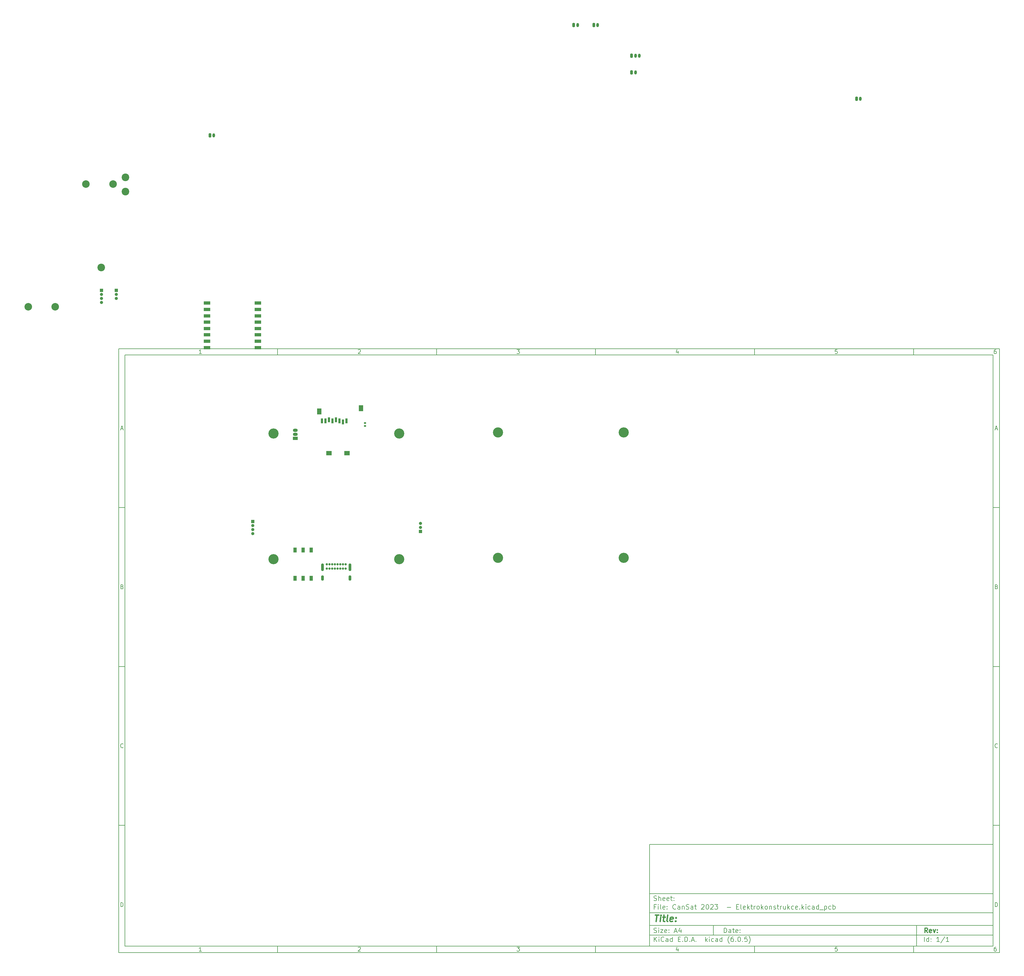
<source format=gbr>
%TF.GenerationSoftware,KiCad,Pcbnew,(6.0.5)*%
%TF.CreationDate,2022-11-07T11:26:13+01:00*%
%TF.ProjectId,CanSat 2023  - Elektrokonstrukce,43616e53-6174-4203-9230-323320202d20,rev?*%
%TF.SameCoordinates,Original*%
%TF.FileFunction,Soldermask,Bot*%
%TF.FilePolarity,Negative*%
%FSLAX46Y46*%
G04 Gerber Fmt 4.6, Leading zero omitted, Abs format (unit mm)*
G04 Created by KiCad (PCBNEW (6.0.5)) date 2022-11-07 11:26:13*
%MOMM*%
%LPD*%
G01*
G04 APERTURE LIST*
G04 Aperture macros list*
%AMRoundRect*
0 Rectangle with rounded corners*
0 $1 Rounding radius*
0 $2 $3 $4 $5 $6 $7 $8 $9 X,Y pos of 4 corners*
0 Add a 4 corners polygon primitive as box body*
4,1,4,$2,$3,$4,$5,$6,$7,$8,$9,$2,$3,0*
0 Add four circle primitives for the rounded corners*
1,1,$1+$1,$2,$3*
1,1,$1+$1,$4,$5*
1,1,$1+$1,$6,$7*
1,1,$1+$1,$8,$9*
0 Add four rect primitives between the rounded corners*
20,1,$1+$1,$2,$3,$4,$5,0*
20,1,$1+$1,$4,$5,$6,$7,0*
20,1,$1+$1,$6,$7,$8,$9,0*
20,1,$1+$1,$8,$9,$2,$3,0*%
G04 Aperture macros list end*
%ADD10C,0.100000*%
%ADD11C,0.150000*%
%ADD12C,0.300000*%
%ADD13C,0.400000*%
%ADD14C,3.200000*%
%ADD15R,1.000000X1.000000*%
%ADD16O,1.000000X1.000000*%
%ADD17RoundRect,0.200000X-0.200000X-0.450000X0.200000X-0.450000X0.200000X0.450000X-0.200000X0.450000X0*%
%ADD18O,0.800000X1.300000*%
%ADD19R,1.500000X1.050000*%
%ADD20O,1.500000X1.050000*%
%ADD21C,2.400000*%
%ADD22C,2.380000*%
%ADD23C,0.700000*%
%ADD24O,0.900000X2.400000*%
%ADD25O,0.900000X1.700000*%
%ADD26R,0.800000X1.500000*%
%ADD27R,1.800000X1.400000*%
%ADD28R,1.450000X1.900000*%
%ADD29RoundRect,0.140000X-0.170000X0.140000X-0.170000X-0.140000X0.170000X-0.140000X0.170000X0.140000X0*%
%ADD30R,1.100000X1.500000*%
%ADD31R,2.000000X1.000000*%
G04 APERTURE END LIST*
D10*
D11*
X177002200Y-166007200D02*
X177002200Y-198007200D01*
X285002200Y-198007200D01*
X285002200Y-166007200D01*
X177002200Y-166007200D01*
D10*
D11*
X10000000Y-10000000D02*
X10000000Y-200007200D01*
X287002200Y-200007200D01*
X287002200Y-10000000D01*
X10000000Y-10000000D01*
D10*
D11*
X12000000Y-12000000D02*
X12000000Y-198007200D01*
X285002200Y-198007200D01*
X285002200Y-12000000D01*
X12000000Y-12000000D01*
D10*
D11*
X60000000Y-12000000D02*
X60000000Y-10000000D01*
D10*
D11*
X110000000Y-12000000D02*
X110000000Y-10000000D01*
D10*
D11*
X160000000Y-12000000D02*
X160000000Y-10000000D01*
D10*
D11*
X210000000Y-12000000D02*
X210000000Y-10000000D01*
D10*
D11*
X260000000Y-12000000D02*
X260000000Y-10000000D01*
D10*
D11*
X36065476Y-11588095D02*
X35322619Y-11588095D01*
X35694047Y-11588095D02*
X35694047Y-10288095D01*
X35570238Y-10473809D01*
X35446428Y-10597619D01*
X35322619Y-10659523D01*
D10*
D11*
X85322619Y-10411904D02*
X85384523Y-10350000D01*
X85508333Y-10288095D01*
X85817857Y-10288095D01*
X85941666Y-10350000D01*
X86003571Y-10411904D01*
X86065476Y-10535714D01*
X86065476Y-10659523D01*
X86003571Y-10845238D01*
X85260714Y-11588095D01*
X86065476Y-11588095D01*
D10*
D11*
X135260714Y-10288095D02*
X136065476Y-10288095D01*
X135632142Y-10783333D01*
X135817857Y-10783333D01*
X135941666Y-10845238D01*
X136003571Y-10907142D01*
X136065476Y-11030952D01*
X136065476Y-11340476D01*
X136003571Y-11464285D01*
X135941666Y-11526190D01*
X135817857Y-11588095D01*
X135446428Y-11588095D01*
X135322619Y-11526190D01*
X135260714Y-11464285D01*
D10*
D11*
X185941666Y-10721428D02*
X185941666Y-11588095D01*
X185632142Y-10226190D02*
X185322619Y-11154761D01*
X186127380Y-11154761D01*
D10*
D11*
X236003571Y-10288095D02*
X235384523Y-10288095D01*
X235322619Y-10907142D01*
X235384523Y-10845238D01*
X235508333Y-10783333D01*
X235817857Y-10783333D01*
X235941666Y-10845238D01*
X236003571Y-10907142D01*
X236065476Y-11030952D01*
X236065476Y-11340476D01*
X236003571Y-11464285D01*
X235941666Y-11526190D01*
X235817857Y-11588095D01*
X235508333Y-11588095D01*
X235384523Y-11526190D01*
X235322619Y-11464285D01*
D10*
D11*
X285941666Y-10288095D02*
X285694047Y-10288095D01*
X285570238Y-10350000D01*
X285508333Y-10411904D01*
X285384523Y-10597619D01*
X285322619Y-10845238D01*
X285322619Y-11340476D01*
X285384523Y-11464285D01*
X285446428Y-11526190D01*
X285570238Y-11588095D01*
X285817857Y-11588095D01*
X285941666Y-11526190D01*
X286003571Y-11464285D01*
X286065476Y-11340476D01*
X286065476Y-11030952D01*
X286003571Y-10907142D01*
X285941666Y-10845238D01*
X285817857Y-10783333D01*
X285570238Y-10783333D01*
X285446428Y-10845238D01*
X285384523Y-10907142D01*
X285322619Y-11030952D01*
D10*
D11*
X60000000Y-198007200D02*
X60000000Y-200007200D01*
D10*
D11*
X110000000Y-198007200D02*
X110000000Y-200007200D01*
D10*
D11*
X160000000Y-198007200D02*
X160000000Y-200007200D01*
D10*
D11*
X210000000Y-198007200D02*
X210000000Y-200007200D01*
D10*
D11*
X260000000Y-198007200D02*
X260000000Y-200007200D01*
D10*
D11*
X36065476Y-199595295D02*
X35322619Y-199595295D01*
X35694047Y-199595295D02*
X35694047Y-198295295D01*
X35570238Y-198481009D01*
X35446428Y-198604819D01*
X35322619Y-198666723D01*
D10*
D11*
X85322619Y-198419104D02*
X85384523Y-198357200D01*
X85508333Y-198295295D01*
X85817857Y-198295295D01*
X85941666Y-198357200D01*
X86003571Y-198419104D01*
X86065476Y-198542914D01*
X86065476Y-198666723D01*
X86003571Y-198852438D01*
X85260714Y-199595295D01*
X86065476Y-199595295D01*
D10*
D11*
X135260714Y-198295295D02*
X136065476Y-198295295D01*
X135632142Y-198790533D01*
X135817857Y-198790533D01*
X135941666Y-198852438D01*
X136003571Y-198914342D01*
X136065476Y-199038152D01*
X136065476Y-199347676D01*
X136003571Y-199471485D01*
X135941666Y-199533390D01*
X135817857Y-199595295D01*
X135446428Y-199595295D01*
X135322619Y-199533390D01*
X135260714Y-199471485D01*
D10*
D11*
X185941666Y-198728628D02*
X185941666Y-199595295D01*
X185632142Y-198233390D02*
X185322619Y-199161961D01*
X186127380Y-199161961D01*
D10*
D11*
X236003571Y-198295295D02*
X235384523Y-198295295D01*
X235322619Y-198914342D01*
X235384523Y-198852438D01*
X235508333Y-198790533D01*
X235817857Y-198790533D01*
X235941666Y-198852438D01*
X236003571Y-198914342D01*
X236065476Y-199038152D01*
X236065476Y-199347676D01*
X236003571Y-199471485D01*
X235941666Y-199533390D01*
X235817857Y-199595295D01*
X235508333Y-199595295D01*
X235384523Y-199533390D01*
X235322619Y-199471485D01*
D10*
D11*
X285941666Y-198295295D02*
X285694047Y-198295295D01*
X285570238Y-198357200D01*
X285508333Y-198419104D01*
X285384523Y-198604819D01*
X285322619Y-198852438D01*
X285322619Y-199347676D01*
X285384523Y-199471485D01*
X285446428Y-199533390D01*
X285570238Y-199595295D01*
X285817857Y-199595295D01*
X285941666Y-199533390D01*
X286003571Y-199471485D01*
X286065476Y-199347676D01*
X286065476Y-199038152D01*
X286003571Y-198914342D01*
X285941666Y-198852438D01*
X285817857Y-198790533D01*
X285570238Y-198790533D01*
X285446428Y-198852438D01*
X285384523Y-198914342D01*
X285322619Y-199038152D01*
D10*
D11*
X10000000Y-60000000D02*
X12000000Y-60000000D01*
D10*
D11*
X10000000Y-110000000D02*
X12000000Y-110000000D01*
D10*
D11*
X10000000Y-160000000D02*
X12000000Y-160000000D01*
D10*
D11*
X10690476Y-35216666D02*
X11309523Y-35216666D01*
X10566666Y-35588095D02*
X11000000Y-34288095D01*
X11433333Y-35588095D01*
D10*
D11*
X11092857Y-84907142D02*
X11278571Y-84969047D01*
X11340476Y-85030952D01*
X11402380Y-85154761D01*
X11402380Y-85340476D01*
X11340476Y-85464285D01*
X11278571Y-85526190D01*
X11154761Y-85588095D01*
X10659523Y-85588095D01*
X10659523Y-84288095D01*
X11092857Y-84288095D01*
X11216666Y-84350000D01*
X11278571Y-84411904D01*
X11340476Y-84535714D01*
X11340476Y-84659523D01*
X11278571Y-84783333D01*
X11216666Y-84845238D01*
X11092857Y-84907142D01*
X10659523Y-84907142D01*
D10*
D11*
X11402380Y-135464285D02*
X11340476Y-135526190D01*
X11154761Y-135588095D01*
X11030952Y-135588095D01*
X10845238Y-135526190D01*
X10721428Y-135402380D01*
X10659523Y-135278571D01*
X10597619Y-135030952D01*
X10597619Y-134845238D01*
X10659523Y-134597619D01*
X10721428Y-134473809D01*
X10845238Y-134350000D01*
X11030952Y-134288095D01*
X11154761Y-134288095D01*
X11340476Y-134350000D01*
X11402380Y-134411904D01*
D10*
D11*
X10659523Y-185588095D02*
X10659523Y-184288095D01*
X10969047Y-184288095D01*
X11154761Y-184350000D01*
X11278571Y-184473809D01*
X11340476Y-184597619D01*
X11402380Y-184845238D01*
X11402380Y-185030952D01*
X11340476Y-185278571D01*
X11278571Y-185402380D01*
X11154761Y-185526190D01*
X10969047Y-185588095D01*
X10659523Y-185588095D01*
D10*
D11*
X287002200Y-60000000D02*
X285002200Y-60000000D01*
D10*
D11*
X287002200Y-110000000D02*
X285002200Y-110000000D01*
D10*
D11*
X287002200Y-160000000D02*
X285002200Y-160000000D01*
D10*
D11*
X285692676Y-35216666D02*
X286311723Y-35216666D01*
X285568866Y-35588095D02*
X286002200Y-34288095D01*
X286435533Y-35588095D01*
D10*
D11*
X286095057Y-84907142D02*
X286280771Y-84969047D01*
X286342676Y-85030952D01*
X286404580Y-85154761D01*
X286404580Y-85340476D01*
X286342676Y-85464285D01*
X286280771Y-85526190D01*
X286156961Y-85588095D01*
X285661723Y-85588095D01*
X285661723Y-84288095D01*
X286095057Y-84288095D01*
X286218866Y-84350000D01*
X286280771Y-84411904D01*
X286342676Y-84535714D01*
X286342676Y-84659523D01*
X286280771Y-84783333D01*
X286218866Y-84845238D01*
X286095057Y-84907142D01*
X285661723Y-84907142D01*
D10*
D11*
X286404580Y-135464285D02*
X286342676Y-135526190D01*
X286156961Y-135588095D01*
X286033152Y-135588095D01*
X285847438Y-135526190D01*
X285723628Y-135402380D01*
X285661723Y-135278571D01*
X285599819Y-135030952D01*
X285599819Y-134845238D01*
X285661723Y-134597619D01*
X285723628Y-134473809D01*
X285847438Y-134350000D01*
X286033152Y-134288095D01*
X286156961Y-134288095D01*
X286342676Y-134350000D01*
X286404580Y-134411904D01*
D10*
D11*
X285661723Y-185588095D02*
X285661723Y-184288095D01*
X285971247Y-184288095D01*
X286156961Y-184350000D01*
X286280771Y-184473809D01*
X286342676Y-184597619D01*
X286404580Y-184845238D01*
X286404580Y-185030952D01*
X286342676Y-185278571D01*
X286280771Y-185402380D01*
X286156961Y-185526190D01*
X285971247Y-185588095D01*
X285661723Y-185588095D01*
D10*
D11*
X200434342Y-193785771D02*
X200434342Y-192285771D01*
X200791485Y-192285771D01*
X201005771Y-192357200D01*
X201148628Y-192500057D01*
X201220057Y-192642914D01*
X201291485Y-192928628D01*
X201291485Y-193142914D01*
X201220057Y-193428628D01*
X201148628Y-193571485D01*
X201005771Y-193714342D01*
X200791485Y-193785771D01*
X200434342Y-193785771D01*
X202577200Y-193785771D02*
X202577200Y-193000057D01*
X202505771Y-192857200D01*
X202362914Y-192785771D01*
X202077200Y-192785771D01*
X201934342Y-192857200D01*
X202577200Y-193714342D02*
X202434342Y-193785771D01*
X202077200Y-193785771D01*
X201934342Y-193714342D01*
X201862914Y-193571485D01*
X201862914Y-193428628D01*
X201934342Y-193285771D01*
X202077200Y-193214342D01*
X202434342Y-193214342D01*
X202577200Y-193142914D01*
X203077200Y-192785771D02*
X203648628Y-192785771D01*
X203291485Y-192285771D02*
X203291485Y-193571485D01*
X203362914Y-193714342D01*
X203505771Y-193785771D01*
X203648628Y-193785771D01*
X204720057Y-193714342D02*
X204577200Y-193785771D01*
X204291485Y-193785771D01*
X204148628Y-193714342D01*
X204077200Y-193571485D01*
X204077200Y-193000057D01*
X204148628Y-192857200D01*
X204291485Y-192785771D01*
X204577200Y-192785771D01*
X204720057Y-192857200D01*
X204791485Y-193000057D01*
X204791485Y-193142914D01*
X204077200Y-193285771D01*
X205434342Y-193642914D02*
X205505771Y-193714342D01*
X205434342Y-193785771D01*
X205362914Y-193714342D01*
X205434342Y-193642914D01*
X205434342Y-193785771D01*
X205434342Y-192857200D02*
X205505771Y-192928628D01*
X205434342Y-193000057D01*
X205362914Y-192928628D01*
X205434342Y-192857200D01*
X205434342Y-193000057D01*
D10*
D11*
X177002200Y-194507200D02*
X285002200Y-194507200D01*
D10*
D11*
X178434342Y-196585771D02*
X178434342Y-195085771D01*
X179291485Y-196585771D02*
X178648628Y-195728628D01*
X179291485Y-195085771D02*
X178434342Y-195942914D01*
X179934342Y-196585771D02*
X179934342Y-195585771D01*
X179934342Y-195085771D02*
X179862914Y-195157200D01*
X179934342Y-195228628D01*
X180005771Y-195157200D01*
X179934342Y-195085771D01*
X179934342Y-195228628D01*
X181505771Y-196442914D02*
X181434342Y-196514342D01*
X181220057Y-196585771D01*
X181077200Y-196585771D01*
X180862914Y-196514342D01*
X180720057Y-196371485D01*
X180648628Y-196228628D01*
X180577200Y-195942914D01*
X180577200Y-195728628D01*
X180648628Y-195442914D01*
X180720057Y-195300057D01*
X180862914Y-195157200D01*
X181077200Y-195085771D01*
X181220057Y-195085771D01*
X181434342Y-195157200D01*
X181505771Y-195228628D01*
X182791485Y-196585771D02*
X182791485Y-195800057D01*
X182720057Y-195657200D01*
X182577200Y-195585771D01*
X182291485Y-195585771D01*
X182148628Y-195657200D01*
X182791485Y-196514342D02*
X182648628Y-196585771D01*
X182291485Y-196585771D01*
X182148628Y-196514342D01*
X182077200Y-196371485D01*
X182077200Y-196228628D01*
X182148628Y-196085771D01*
X182291485Y-196014342D01*
X182648628Y-196014342D01*
X182791485Y-195942914D01*
X184148628Y-196585771D02*
X184148628Y-195085771D01*
X184148628Y-196514342D02*
X184005771Y-196585771D01*
X183720057Y-196585771D01*
X183577200Y-196514342D01*
X183505771Y-196442914D01*
X183434342Y-196300057D01*
X183434342Y-195871485D01*
X183505771Y-195728628D01*
X183577200Y-195657200D01*
X183720057Y-195585771D01*
X184005771Y-195585771D01*
X184148628Y-195657200D01*
X186005771Y-195800057D02*
X186505771Y-195800057D01*
X186720057Y-196585771D02*
X186005771Y-196585771D01*
X186005771Y-195085771D01*
X186720057Y-195085771D01*
X187362914Y-196442914D02*
X187434342Y-196514342D01*
X187362914Y-196585771D01*
X187291485Y-196514342D01*
X187362914Y-196442914D01*
X187362914Y-196585771D01*
X188077200Y-196585771D02*
X188077200Y-195085771D01*
X188434342Y-195085771D01*
X188648628Y-195157200D01*
X188791485Y-195300057D01*
X188862914Y-195442914D01*
X188934342Y-195728628D01*
X188934342Y-195942914D01*
X188862914Y-196228628D01*
X188791485Y-196371485D01*
X188648628Y-196514342D01*
X188434342Y-196585771D01*
X188077200Y-196585771D01*
X189577200Y-196442914D02*
X189648628Y-196514342D01*
X189577200Y-196585771D01*
X189505771Y-196514342D01*
X189577200Y-196442914D01*
X189577200Y-196585771D01*
X190220057Y-196157200D02*
X190934342Y-196157200D01*
X190077200Y-196585771D02*
X190577200Y-195085771D01*
X191077200Y-196585771D01*
X191577200Y-196442914D02*
X191648628Y-196514342D01*
X191577200Y-196585771D01*
X191505771Y-196514342D01*
X191577200Y-196442914D01*
X191577200Y-196585771D01*
X194577200Y-196585771D02*
X194577200Y-195085771D01*
X194720057Y-196014342D02*
X195148628Y-196585771D01*
X195148628Y-195585771D02*
X194577200Y-196157200D01*
X195791485Y-196585771D02*
X195791485Y-195585771D01*
X195791485Y-195085771D02*
X195720057Y-195157200D01*
X195791485Y-195228628D01*
X195862914Y-195157200D01*
X195791485Y-195085771D01*
X195791485Y-195228628D01*
X197148628Y-196514342D02*
X197005771Y-196585771D01*
X196720057Y-196585771D01*
X196577200Y-196514342D01*
X196505771Y-196442914D01*
X196434342Y-196300057D01*
X196434342Y-195871485D01*
X196505771Y-195728628D01*
X196577200Y-195657200D01*
X196720057Y-195585771D01*
X197005771Y-195585771D01*
X197148628Y-195657200D01*
X198434342Y-196585771D02*
X198434342Y-195800057D01*
X198362914Y-195657200D01*
X198220057Y-195585771D01*
X197934342Y-195585771D01*
X197791485Y-195657200D01*
X198434342Y-196514342D02*
X198291485Y-196585771D01*
X197934342Y-196585771D01*
X197791485Y-196514342D01*
X197720057Y-196371485D01*
X197720057Y-196228628D01*
X197791485Y-196085771D01*
X197934342Y-196014342D01*
X198291485Y-196014342D01*
X198434342Y-195942914D01*
X199791485Y-196585771D02*
X199791485Y-195085771D01*
X199791485Y-196514342D02*
X199648628Y-196585771D01*
X199362914Y-196585771D01*
X199220057Y-196514342D01*
X199148628Y-196442914D01*
X199077200Y-196300057D01*
X199077200Y-195871485D01*
X199148628Y-195728628D01*
X199220057Y-195657200D01*
X199362914Y-195585771D01*
X199648628Y-195585771D01*
X199791485Y-195657200D01*
X202077200Y-197157200D02*
X202005771Y-197085771D01*
X201862914Y-196871485D01*
X201791485Y-196728628D01*
X201720057Y-196514342D01*
X201648628Y-196157200D01*
X201648628Y-195871485D01*
X201720057Y-195514342D01*
X201791485Y-195300057D01*
X201862914Y-195157200D01*
X202005771Y-194942914D01*
X202077200Y-194871485D01*
X203291485Y-195085771D02*
X203005771Y-195085771D01*
X202862914Y-195157200D01*
X202791485Y-195228628D01*
X202648628Y-195442914D01*
X202577200Y-195728628D01*
X202577200Y-196300057D01*
X202648628Y-196442914D01*
X202720057Y-196514342D01*
X202862914Y-196585771D01*
X203148628Y-196585771D01*
X203291485Y-196514342D01*
X203362914Y-196442914D01*
X203434342Y-196300057D01*
X203434342Y-195942914D01*
X203362914Y-195800057D01*
X203291485Y-195728628D01*
X203148628Y-195657200D01*
X202862914Y-195657200D01*
X202720057Y-195728628D01*
X202648628Y-195800057D01*
X202577200Y-195942914D01*
X204077200Y-196442914D02*
X204148628Y-196514342D01*
X204077200Y-196585771D01*
X204005771Y-196514342D01*
X204077200Y-196442914D01*
X204077200Y-196585771D01*
X205077200Y-195085771D02*
X205220057Y-195085771D01*
X205362914Y-195157200D01*
X205434342Y-195228628D01*
X205505771Y-195371485D01*
X205577200Y-195657200D01*
X205577200Y-196014342D01*
X205505771Y-196300057D01*
X205434342Y-196442914D01*
X205362914Y-196514342D01*
X205220057Y-196585771D01*
X205077200Y-196585771D01*
X204934342Y-196514342D01*
X204862914Y-196442914D01*
X204791485Y-196300057D01*
X204720057Y-196014342D01*
X204720057Y-195657200D01*
X204791485Y-195371485D01*
X204862914Y-195228628D01*
X204934342Y-195157200D01*
X205077200Y-195085771D01*
X206220057Y-196442914D02*
X206291485Y-196514342D01*
X206220057Y-196585771D01*
X206148628Y-196514342D01*
X206220057Y-196442914D01*
X206220057Y-196585771D01*
X207648628Y-195085771D02*
X206934342Y-195085771D01*
X206862914Y-195800057D01*
X206934342Y-195728628D01*
X207077200Y-195657200D01*
X207434342Y-195657200D01*
X207577200Y-195728628D01*
X207648628Y-195800057D01*
X207720057Y-195942914D01*
X207720057Y-196300057D01*
X207648628Y-196442914D01*
X207577200Y-196514342D01*
X207434342Y-196585771D01*
X207077200Y-196585771D01*
X206934342Y-196514342D01*
X206862914Y-196442914D01*
X208220057Y-197157200D02*
X208291485Y-197085771D01*
X208434342Y-196871485D01*
X208505771Y-196728628D01*
X208577200Y-196514342D01*
X208648628Y-196157200D01*
X208648628Y-195871485D01*
X208577200Y-195514342D01*
X208505771Y-195300057D01*
X208434342Y-195157200D01*
X208291485Y-194942914D01*
X208220057Y-194871485D01*
D10*
D11*
X177002200Y-191507200D02*
X285002200Y-191507200D01*
D10*
D12*
X264411485Y-193785771D02*
X263911485Y-193071485D01*
X263554342Y-193785771D02*
X263554342Y-192285771D01*
X264125771Y-192285771D01*
X264268628Y-192357200D01*
X264340057Y-192428628D01*
X264411485Y-192571485D01*
X264411485Y-192785771D01*
X264340057Y-192928628D01*
X264268628Y-193000057D01*
X264125771Y-193071485D01*
X263554342Y-193071485D01*
X265625771Y-193714342D02*
X265482914Y-193785771D01*
X265197200Y-193785771D01*
X265054342Y-193714342D01*
X264982914Y-193571485D01*
X264982914Y-193000057D01*
X265054342Y-192857200D01*
X265197200Y-192785771D01*
X265482914Y-192785771D01*
X265625771Y-192857200D01*
X265697200Y-193000057D01*
X265697200Y-193142914D01*
X264982914Y-193285771D01*
X266197200Y-192785771D02*
X266554342Y-193785771D01*
X266911485Y-192785771D01*
X267482914Y-193642914D02*
X267554342Y-193714342D01*
X267482914Y-193785771D01*
X267411485Y-193714342D01*
X267482914Y-193642914D01*
X267482914Y-193785771D01*
X267482914Y-192857200D02*
X267554342Y-192928628D01*
X267482914Y-193000057D01*
X267411485Y-192928628D01*
X267482914Y-192857200D01*
X267482914Y-193000057D01*
D10*
D11*
X178362914Y-193714342D02*
X178577200Y-193785771D01*
X178934342Y-193785771D01*
X179077200Y-193714342D01*
X179148628Y-193642914D01*
X179220057Y-193500057D01*
X179220057Y-193357200D01*
X179148628Y-193214342D01*
X179077200Y-193142914D01*
X178934342Y-193071485D01*
X178648628Y-193000057D01*
X178505771Y-192928628D01*
X178434342Y-192857200D01*
X178362914Y-192714342D01*
X178362914Y-192571485D01*
X178434342Y-192428628D01*
X178505771Y-192357200D01*
X178648628Y-192285771D01*
X179005771Y-192285771D01*
X179220057Y-192357200D01*
X179862914Y-193785771D02*
X179862914Y-192785771D01*
X179862914Y-192285771D02*
X179791485Y-192357200D01*
X179862914Y-192428628D01*
X179934342Y-192357200D01*
X179862914Y-192285771D01*
X179862914Y-192428628D01*
X180434342Y-192785771D02*
X181220057Y-192785771D01*
X180434342Y-193785771D01*
X181220057Y-193785771D01*
X182362914Y-193714342D02*
X182220057Y-193785771D01*
X181934342Y-193785771D01*
X181791485Y-193714342D01*
X181720057Y-193571485D01*
X181720057Y-193000057D01*
X181791485Y-192857200D01*
X181934342Y-192785771D01*
X182220057Y-192785771D01*
X182362914Y-192857200D01*
X182434342Y-193000057D01*
X182434342Y-193142914D01*
X181720057Y-193285771D01*
X183077200Y-193642914D02*
X183148628Y-193714342D01*
X183077200Y-193785771D01*
X183005771Y-193714342D01*
X183077200Y-193642914D01*
X183077200Y-193785771D01*
X183077200Y-192857200D02*
X183148628Y-192928628D01*
X183077200Y-193000057D01*
X183005771Y-192928628D01*
X183077200Y-192857200D01*
X183077200Y-193000057D01*
X184862914Y-193357200D02*
X185577200Y-193357200D01*
X184720057Y-193785771D02*
X185220057Y-192285771D01*
X185720057Y-193785771D01*
X186862914Y-192785771D02*
X186862914Y-193785771D01*
X186505771Y-192214342D02*
X186148628Y-193285771D01*
X187077200Y-193285771D01*
D10*
D11*
X263434342Y-196585771D02*
X263434342Y-195085771D01*
X264791485Y-196585771D02*
X264791485Y-195085771D01*
X264791485Y-196514342D02*
X264648628Y-196585771D01*
X264362914Y-196585771D01*
X264220057Y-196514342D01*
X264148628Y-196442914D01*
X264077200Y-196300057D01*
X264077200Y-195871485D01*
X264148628Y-195728628D01*
X264220057Y-195657200D01*
X264362914Y-195585771D01*
X264648628Y-195585771D01*
X264791485Y-195657200D01*
X265505771Y-196442914D02*
X265577200Y-196514342D01*
X265505771Y-196585771D01*
X265434342Y-196514342D01*
X265505771Y-196442914D01*
X265505771Y-196585771D01*
X265505771Y-195657200D02*
X265577200Y-195728628D01*
X265505771Y-195800057D01*
X265434342Y-195728628D01*
X265505771Y-195657200D01*
X265505771Y-195800057D01*
X268148628Y-196585771D02*
X267291485Y-196585771D01*
X267720057Y-196585771D02*
X267720057Y-195085771D01*
X267577200Y-195300057D01*
X267434342Y-195442914D01*
X267291485Y-195514342D01*
X269862914Y-195014342D02*
X268577200Y-196942914D01*
X271148628Y-196585771D02*
X270291485Y-196585771D01*
X270720057Y-196585771D02*
X270720057Y-195085771D01*
X270577200Y-195300057D01*
X270434342Y-195442914D01*
X270291485Y-195514342D01*
D10*
D11*
X177002200Y-187507200D02*
X285002200Y-187507200D01*
D10*
D13*
X178714580Y-188211961D02*
X179857438Y-188211961D01*
X179036009Y-190211961D02*
X179286009Y-188211961D01*
X180274104Y-190211961D02*
X180440771Y-188878628D01*
X180524104Y-188211961D02*
X180416961Y-188307200D01*
X180500295Y-188402438D01*
X180607438Y-188307200D01*
X180524104Y-188211961D01*
X180500295Y-188402438D01*
X181107438Y-188878628D02*
X181869342Y-188878628D01*
X181476485Y-188211961D02*
X181262200Y-189926247D01*
X181333628Y-190116723D01*
X181512200Y-190211961D01*
X181702676Y-190211961D01*
X182655057Y-190211961D02*
X182476485Y-190116723D01*
X182405057Y-189926247D01*
X182619342Y-188211961D01*
X184190771Y-190116723D02*
X183988390Y-190211961D01*
X183607438Y-190211961D01*
X183428866Y-190116723D01*
X183357438Y-189926247D01*
X183452676Y-189164342D01*
X183571723Y-188973866D01*
X183774104Y-188878628D01*
X184155057Y-188878628D01*
X184333628Y-188973866D01*
X184405057Y-189164342D01*
X184381247Y-189354819D01*
X183405057Y-189545295D01*
X185155057Y-190021485D02*
X185238390Y-190116723D01*
X185131247Y-190211961D01*
X185047914Y-190116723D01*
X185155057Y-190021485D01*
X185131247Y-190211961D01*
X185286009Y-188973866D02*
X185369342Y-189069104D01*
X185262200Y-189164342D01*
X185178866Y-189069104D01*
X185286009Y-188973866D01*
X185262200Y-189164342D01*
D10*
D11*
X178934342Y-185600057D02*
X178434342Y-185600057D01*
X178434342Y-186385771D02*
X178434342Y-184885771D01*
X179148628Y-184885771D01*
X179720057Y-186385771D02*
X179720057Y-185385771D01*
X179720057Y-184885771D02*
X179648628Y-184957200D01*
X179720057Y-185028628D01*
X179791485Y-184957200D01*
X179720057Y-184885771D01*
X179720057Y-185028628D01*
X180648628Y-186385771D02*
X180505771Y-186314342D01*
X180434342Y-186171485D01*
X180434342Y-184885771D01*
X181791485Y-186314342D02*
X181648628Y-186385771D01*
X181362914Y-186385771D01*
X181220057Y-186314342D01*
X181148628Y-186171485D01*
X181148628Y-185600057D01*
X181220057Y-185457200D01*
X181362914Y-185385771D01*
X181648628Y-185385771D01*
X181791485Y-185457200D01*
X181862914Y-185600057D01*
X181862914Y-185742914D01*
X181148628Y-185885771D01*
X182505771Y-186242914D02*
X182577200Y-186314342D01*
X182505771Y-186385771D01*
X182434342Y-186314342D01*
X182505771Y-186242914D01*
X182505771Y-186385771D01*
X182505771Y-185457200D02*
X182577200Y-185528628D01*
X182505771Y-185600057D01*
X182434342Y-185528628D01*
X182505771Y-185457200D01*
X182505771Y-185600057D01*
X185220057Y-186242914D02*
X185148628Y-186314342D01*
X184934342Y-186385771D01*
X184791485Y-186385771D01*
X184577200Y-186314342D01*
X184434342Y-186171485D01*
X184362914Y-186028628D01*
X184291485Y-185742914D01*
X184291485Y-185528628D01*
X184362914Y-185242914D01*
X184434342Y-185100057D01*
X184577200Y-184957200D01*
X184791485Y-184885771D01*
X184934342Y-184885771D01*
X185148628Y-184957200D01*
X185220057Y-185028628D01*
X186505771Y-186385771D02*
X186505771Y-185600057D01*
X186434342Y-185457200D01*
X186291485Y-185385771D01*
X186005771Y-185385771D01*
X185862914Y-185457200D01*
X186505771Y-186314342D02*
X186362914Y-186385771D01*
X186005771Y-186385771D01*
X185862914Y-186314342D01*
X185791485Y-186171485D01*
X185791485Y-186028628D01*
X185862914Y-185885771D01*
X186005771Y-185814342D01*
X186362914Y-185814342D01*
X186505771Y-185742914D01*
X187220057Y-185385771D02*
X187220057Y-186385771D01*
X187220057Y-185528628D02*
X187291485Y-185457200D01*
X187434342Y-185385771D01*
X187648628Y-185385771D01*
X187791485Y-185457200D01*
X187862914Y-185600057D01*
X187862914Y-186385771D01*
X188505771Y-186314342D02*
X188720057Y-186385771D01*
X189077200Y-186385771D01*
X189220057Y-186314342D01*
X189291485Y-186242914D01*
X189362914Y-186100057D01*
X189362914Y-185957200D01*
X189291485Y-185814342D01*
X189220057Y-185742914D01*
X189077200Y-185671485D01*
X188791485Y-185600057D01*
X188648628Y-185528628D01*
X188577200Y-185457200D01*
X188505771Y-185314342D01*
X188505771Y-185171485D01*
X188577200Y-185028628D01*
X188648628Y-184957200D01*
X188791485Y-184885771D01*
X189148628Y-184885771D01*
X189362914Y-184957200D01*
X190648628Y-186385771D02*
X190648628Y-185600057D01*
X190577200Y-185457200D01*
X190434342Y-185385771D01*
X190148628Y-185385771D01*
X190005771Y-185457200D01*
X190648628Y-186314342D02*
X190505771Y-186385771D01*
X190148628Y-186385771D01*
X190005771Y-186314342D01*
X189934342Y-186171485D01*
X189934342Y-186028628D01*
X190005771Y-185885771D01*
X190148628Y-185814342D01*
X190505771Y-185814342D01*
X190648628Y-185742914D01*
X191148628Y-185385771D02*
X191720057Y-185385771D01*
X191362914Y-184885771D02*
X191362914Y-186171485D01*
X191434342Y-186314342D01*
X191577200Y-186385771D01*
X191720057Y-186385771D01*
X193291485Y-185028628D02*
X193362914Y-184957200D01*
X193505771Y-184885771D01*
X193862914Y-184885771D01*
X194005771Y-184957200D01*
X194077200Y-185028628D01*
X194148628Y-185171485D01*
X194148628Y-185314342D01*
X194077200Y-185528628D01*
X193220057Y-186385771D01*
X194148628Y-186385771D01*
X195077200Y-184885771D02*
X195220057Y-184885771D01*
X195362914Y-184957200D01*
X195434342Y-185028628D01*
X195505771Y-185171485D01*
X195577200Y-185457200D01*
X195577200Y-185814342D01*
X195505771Y-186100057D01*
X195434342Y-186242914D01*
X195362914Y-186314342D01*
X195220057Y-186385771D01*
X195077200Y-186385771D01*
X194934342Y-186314342D01*
X194862914Y-186242914D01*
X194791485Y-186100057D01*
X194720057Y-185814342D01*
X194720057Y-185457200D01*
X194791485Y-185171485D01*
X194862914Y-185028628D01*
X194934342Y-184957200D01*
X195077200Y-184885771D01*
X196148628Y-185028628D02*
X196220057Y-184957200D01*
X196362914Y-184885771D01*
X196720057Y-184885771D01*
X196862914Y-184957200D01*
X196934342Y-185028628D01*
X197005771Y-185171485D01*
X197005771Y-185314342D01*
X196934342Y-185528628D01*
X196077200Y-186385771D01*
X197005771Y-186385771D01*
X197505771Y-184885771D02*
X198434342Y-184885771D01*
X197934342Y-185457200D01*
X198148628Y-185457200D01*
X198291485Y-185528628D01*
X198362914Y-185600057D01*
X198434342Y-185742914D01*
X198434342Y-186100057D01*
X198362914Y-186242914D01*
X198291485Y-186314342D01*
X198148628Y-186385771D01*
X197720057Y-186385771D01*
X197577200Y-186314342D01*
X197505771Y-186242914D01*
X201362914Y-185814342D02*
X202505771Y-185814342D01*
X204362914Y-185600057D02*
X204862914Y-185600057D01*
X205077200Y-186385771D02*
X204362914Y-186385771D01*
X204362914Y-184885771D01*
X205077200Y-184885771D01*
X205934342Y-186385771D02*
X205791485Y-186314342D01*
X205720057Y-186171485D01*
X205720057Y-184885771D01*
X207077200Y-186314342D02*
X206934342Y-186385771D01*
X206648628Y-186385771D01*
X206505771Y-186314342D01*
X206434342Y-186171485D01*
X206434342Y-185600057D01*
X206505771Y-185457200D01*
X206648628Y-185385771D01*
X206934342Y-185385771D01*
X207077200Y-185457200D01*
X207148628Y-185600057D01*
X207148628Y-185742914D01*
X206434342Y-185885771D01*
X207791485Y-186385771D02*
X207791485Y-184885771D01*
X207934342Y-185814342D02*
X208362914Y-186385771D01*
X208362914Y-185385771D02*
X207791485Y-185957200D01*
X208791485Y-185385771D02*
X209362914Y-185385771D01*
X209005771Y-184885771D02*
X209005771Y-186171485D01*
X209077200Y-186314342D01*
X209220057Y-186385771D01*
X209362914Y-186385771D01*
X209862914Y-186385771D02*
X209862914Y-185385771D01*
X209862914Y-185671485D02*
X209934342Y-185528628D01*
X210005771Y-185457200D01*
X210148628Y-185385771D01*
X210291485Y-185385771D01*
X211005771Y-186385771D02*
X210862914Y-186314342D01*
X210791485Y-186242914D01*
X210720057Y-186100057D01*
X210720057Y-185671485D01*
X210791485Y-185528628D01*
X210862914Y-185457200D01*
X211005771Y-185385771D01*
X211220057Y-185385771D01*
X211362914Y-185457200D01*
X211434342Y-185528628D01*
X211505771Y-185671485D01*
X211505771Y-186100057D01*
X211434342Y-186242914D01*
X211362914Y-186314342D01*
X211220057Y-186385771D01*
X211005771Y-186385771D01*
X212148628Y-186385771D02*
X212148628Y-184885771D01*
X212291485Y-185814342D02*
X212720057Y-186385771D01*
X212720057Y-185385771D02*
X212148628Y-185957200D01*
X213577200Y-186385771D02*
X213434342Y-186314342D01*
X213362914Y-186242914D01*
X213291485Y-186100057D01*
X213291485Y-185671485D01*
X213362914Y-185528628D01*
X213434342Y-185457200D01*
X213577200Y-185385771D01*
X213791485Y-185385771D01*
X213934342Y-185457200D01*
X214005771Y-185528628D01*
X214077200Y-185671485D01*
X214077200Y-186100057D01*
X214005771Y-186242914D01*
X213934342Y-186314342D01*
X213791485Y-186385771D01*
X213577200Y-186385771D01*
X214720057Y-185385771D02*
X214720057Y-186385771D01*
X214720057Y-185528628D02*
X214791485Y-185457200D01*
X214934342Y-185385771D01*
X215148628Y-185385771D01*
X215291485Y-185457200D01*
X215362914Y-185600057D01*
X215362914Y-186385771D01*
X216005771Y-186314342D02*
X216148628Y-186385771D01*
X216434342Y-186385771D01*
X216577200Y-186314342D01*
X216648628Y-186171485D01*
X216648628Y-186100057D01*
X216577200Y-185957200D01*
X216434342Y-185885771D01*
X216220057Y-185885771D01*
X216077200Y-185814342D01*
X216005771Y-185671485D01*
X216005771Y-185600057D01*
X216077200Y-185457200D01*
X216220057Y-185385771D01*
X216434342Y-185385771D01*
X216577200Y-185457200D01*
X217077200Y-185385771D02*
X217648628Y-185385771D01*
X217291485Y-184885771D02*
X217291485Y-186171485D01*
X217362914Y-186314342D01*
X217505771Y-186385771D01*
X217648628Y-186385771D01*
X218148628Y-186385771D02*
X218148628Y-185385771D01*
X218148628Y-185671485D02*
X218220057Y-185528628D01*
X218291485Y-185457200D01*
X218434342Y-185385771D01*
X218577200Y-185385771D01*
X219720057Y-185385771D02*
X219720057Y-186385771D01*
X219077200Y-185385771D02*
X219077200Y-186171485D01*
X219148628Y-186314342D01*
X219291485Y-186385771D01*
X219505771Y-186385771D01*
X219648628Y-186314342D01*
X219720057Y-186242914D01*
X220434342Y-186385771D02*
X220434342Y-184885771D01*
X220577200Y-185814342D02*
X221005771Y-186385771D01*
X221005771Y-185385771D02*
X220434342Y-185957200D01*
X222291485Y-186314342D02*
X222148628Y-186385771D01*
X221862914Y-186385771D01*
X221720057Y-186314342D01*
X221648628Y-186242914D01*
X221577200Y-186100057D01*
X221577200Y-185671485D01*
X221648628Y-185528628D01*
X221720057Y-185457200D01*
X221862914Y-185385771D01*
X222148628Y-185385771D01*
X222291485Y-185457200D01*
X223505771Y-186314342D02*
X223362914Y-186385771D01*
X223077200Y-186385771D01*
X222934342Y-186314342D01*
X222862914Y-186171485D01*
X222862914Y-185600057D01*
X222934342Y-185457200D01*
X223077200Y-185385771D01*
X223362914Y-185385771D01*
X223505771Y-185457200D01*
X223577200Y-185600057D01*
X223577200Y-185742914D01*
X222862914Y-185885771D01*
X224220057Y-186242914D02*
X224291485Y-186314342D01*
X224220057Y-186385771D01*
X224148628Y-186314342D01*
X224220057Y-186242914D01*
X224220057Y-186385771D01*
X224934342Y-186385771D02*
X224934342Y-184885771D01*
X225077200Y-185814342D02*
X225505771Y-186385771D01*
X225505771Y-185385771D02*
X224934342Y-185957200D01*
X226148628Y-186385771D02*
X226148628Y-185385771D01*
X226148628Y-184885771D02*
X226077200Y-184957200D01*
X226148628Y-185028628D01*
X226220057Y-184957200D01*
X226148628Y-184885771D01*
X226148628Y-185028628D01*
X227505771Y-186314342D02*
X227362914Y-186385771D01*
X227077200Y-186385771D01*
X226934342Y-186314342D01*
X226862914Y-186242914D01*
X226791485Y-186100057D01*
X226791485Y-185671485D01*
X226862914Y-185528628D01*
X226934342Y-185457200D01*
X227077200Y-185385771D01*
X227362914Y-185385771D01*
X227505771Y-185457200D01*
X228791485Y-186385771D02*
X228791485Y-185600057D01*
X228720057Y-185457200D01*
X228577200Y-185385771D01*
X228291485Y-185385771D01*
X228148628Y-185457200D01*
X228791485Y-186314342D02*
X228648628Y-186385771D01*
X228291485Y-186385771D01*
X228148628Y-186314342D01*
X228077200Y-186171485D01*
X228077200Y-186028628D01*
X228148628Y-185885771D01*
X228291485Y-185814342D01*
X228648628Y-185814342D01*
X228791485Y-185742914D01*
X230148628Y-186385771D02*
X230148628Y-184885771D01*
X230148628Y-186314342D02*
X230005771Y-186385771D01*
X229720057Y-186385771D01*
X229577200Y-186314342D01*
X229505771Y-186242914D01*
X229434342Y-186100057D01*
X229434342Y-185671485D01*
X229505771Y-185528628D01*
X229577200Y-185457200D01*
X229720057Y-185385771D01*
X230005771Y-185385771D01*
X230148628Y-185457200D01*
X230505771Y-186528628D02*
X231648628Y-186528628D01*
X232005771Y-185385771D02*
X232005771Y-186885771D01*
X232005771Y-185457200D02*
X232148628Y-185385771D01*
X232434342Y-185385771D01*
X232577200Y-185457200D01*
X232648628Y-185528628D01*
X232720057Y-185671485D01*
X232720057Y-186100057D01*
X232648628Y-186242914D01*
X232577200Y-186314342D01*
X232434342Y-186385771D01*
X232148628Y-186385771D01*
X232005771Y-186314342D01*
X234005771Y-186314342D02*
X233862914Y-186385771D01*
X233577200Y-186385771D01*
X233434342Y-186314342D01*
X233362914Y-186242914D01*
X233291485Y-186100057D01*
X233291485Y-185671485D01*
X233362914Y-185528628D01*
X233434342Y-185457200D01*
X233577200Y-185385771D01*
X233862914Y-185385771D01*
X234005771Y-185457200D01*
X234648628Y-186385771D02*
X234648628Y-184885771D01*
X234648628Y-185457200D02*
X234791485Y-185385771D01*
X235077200Y-185385771D01*
X235220057Y-185457200D01*
X235291485Y-185528628D01*
X235362914Y-185671485D01*
X235362914Y-186100057D01*
X235291485Y-186242914D01*
X235220057Y-186314342D01*
X235077200Y-186385771D01*
X234791485Y-186385771D01*
X234648628Y-186314342D01*
D10*
D11*
X177002200Y-181507200D02*
X285002200Y-181507200D01*
D10*
D11*
X178362914Y-183614342D02*
X178577200Y-183685771D01*
X178934342Y-183685771D01*
X179077200Y-183614342D01*
X179148628Y-183542914D01*
X179220057Y-183400057D01*
X179220057Y-183257200D01*
X179148628Y-183114342D01*
X179077200Y-183042914D01*
X178934342Y-182971485D01*
X178648628Y-182900057D01*
X178505771Y-182828628D01*
X178434342Y-182757200D01*
X178362914Y-182614342D01*
X178362914Y-182471485D01*
X178434342Y-182328628D01*
X178505771Y-182257200D01*
X178648628Y-182185771D01*
X179005771Y-182185771D01*
X179220057Y-182257200D01*
X179862914Y-183685771D02*
X179862914Y-182185771D01*
X180505771Y-183685771D02*
X180505771Y-182900057D01*
X180434342Y-182757200D01*
X180291485Y-182685771D01*
X180077200Y-182685771D01*
X179934342Y-182757200D01*
X179862914Y-182828628D01*
X181791485Y-183614342D02*
X181648628Y-183685771D01*
X181362914Y-183685771D01*
X181220057Y-183614342D01*
X181148628Y-183471485D01*
X181148628Y-182900057D01*
X181220057Y-182757200D01*
X181362914Y-182685771D01*
X181648628Y-182685771D01*
X181791485Y-182757200D01*
X181862914Y-182900057D01*
X181862914Y-183042914D01*
X181148628Y-183185771D01*
X183077200Y-183614342D02*
X182934342Y-183685771D01*
X182648628Y-183685771D01*
X182505771Y-183614342D01*
X182434342Y-183471485D01*
X182434342Y-182900057D01*
X182505771Y-182757200D01*
X182648628Y-182685771D01*
X182934342Y-182685771D01*
X183077200Y-182757200D01*
X183148628Y-182900057D01*
X183148628Y-183042914D01*
X182434342Y-183185771D01*
X183577200Y-182685771D02*
X184148628Y-182685771D01*
X183791485Y-182185771D02*
X183791485Y-183471485D01*
X183862914Y-183614342D01*
X184005771Y-183685771D01*
X184148628Y-183685771D01*
X184648628Y-183542914D02*
X184720057Y-183614342D01*
X184648628Y-183685771D01*
X184577200Y-183614342D01*
X184648628Y-183542914D01*
X184648628Y-183685771D01*
X184648628Y-182757200D02*
X184720057Y-182828628D01*
X184648628Y-182900057D01*
X184577200Y-182828628D01*
X184648628Y-182757200D01*
X184648628Y-182900057D01*
D10*
D12*
D10*
D11*
D10*
D11*
D10*
D11*
D10*
D11*
D10*
D11*
X197002200Y-191507200D02*
X197002200Y-194507200D01*
D10*
D11*
X261002200Y-191507200D02*
X261002200Y-198007200D01*
D14*
%TO.C,H204*%
X168860000Y-75860000D03*
%TD*%
D15*
%TO.C,J103*%
X4610000Y8315339D03*
D16*
X4610000Y7045339D03*
X4610000Y5775339D03*
X4610000Y4505339D03*
%TD*%
D17*
%TO.C,J702*%
X171285000Y82145000D03*
D18*
X172535000Y82145000D03*
X173785000Y82145000D03*
%TD*%
D14*
%TO.C,H202*%
X129335000Y-36335000D03*
%TD*%
%TO.C,H304*%
X98215000Y-76265000D03*
%TD*%
D17*
%TO.C,J703*%
X171285000Y76895000D03*
D18*
X172535000Y76895000D03*
%TD*%
D19*
%TO.C,U1601*%
X65560000Y-38220000D03*
D20*
X65560000Y-36950000D03*
X65560000Y-35680000D03*
%TD*%
D17*
%TO.C,TH602*%
X153115000Y91775000D03*
D18*
X154365000Y91775000D03*
%TD*%
D21*
%TO.C,J1801*%
X4510000Y15505339D03*
%TD*%
D22*
%TO.C,BT2101*%
X-9935000Y3202500D03*
X-18465000Y3197500D03*
%TD*%
D17*
%TO.C,TH601*%
X159415000Y91775000D03*
D18*
X160665000Y91775000D03*
%TD*%
D14*
%TO.C,H203*%
X129340000Y-75865000D03*
%TD*%
%TO.C,H302*%
X98215000Y-36735000D03*
%TD*%
%TO.C,H301*%
X58685000Y-76265000D03*
%TD*%
D15*
%TO.C,J104*%
X9210000Y8315339D03*
D16*
X9210000Y7045339D03*
X9210000Y5775339D03*
%TD*%
D23*
%TO.C,J301*%
X75475000Y-77825000D03*
X76325000Y-77825000D03*
X77175000Y-77825000D03*
X78025000Y-77825000D03*
X78875000Y-77825000D03*
X79725000Y-77825000D03*
X80575000Y-77825000D03*
X81425000Y-77825000D03*
X81425000Y-79175000D03*
X80575000Y-79175000D03*
X79725000Y-79175000D03*
X78875000Y-79175000D03*
X78025000Y-79175000D03*
X77175000Y-79175000D03*
X76325000Y-79175000D03*
X75475000Y-79175000D03*
D24*
X74125000Y-78805000D03*
X82775000Y-78805000D03*
D25*
X74125000Y-82185000D03*
X82775000Y-82185000D03*
%TD*%
D21*
%TO.C,J1701*%
X12130000Y43875339D03*
%TD*%
D17*
%TO.C,J701*%
X242050000Y68640000D03*
D18*
X243300000Y68640000D03*
%TD*%
D14*
%TO.C,H201*%
X168870000Y-36335000D03*
%TD*%
D17*
%TO.C,J704*%
X38690000Y57125339D03*
D18*
X39940000Y57125339D03*
%TD*%
D21*
%TO.C,J1702*%
X12130000Y39425339D03*
%TD*%
D22*
%TO.C,BT1701*%
X8215000Y41802500D03*
X-315000Y41797500D03*
%TD*%
D14*
%TO.C,H303*%
X58685000Y-36740000D03*
%TD*%
D26*
%TO.C,J1901*%
X81600000Y-32725000D03*
X80500000Y-33025000D03*
X79400000Y-32725000D03*
X78300000Y-32425000D03*
X77200000Y-32725000D03*
X76100000Y-32425000D03*
X75000000Y-32725000D03*
X73900000Y-32725000D03*
D27*
X76150000Y-42925000D03*
D28*
X73075000Y-29775000D03*
D27*
X81850000Y-42925000D03*
D28*
X86225000Y-28775000D03*
%TD*%
D15*
%TO.C,J102*%
X104897000Y-67564000D03*
D16*
X104897000Y-66294000D03*
X104897000Y-65024000D03*
%TD*%
D15*
%TO.C,J101*%
X52197000Y-64394000D03*
D16*
X52197000Y-65664000D03*
X52197000Y-66934000D03*
X52197000Y-68204000D03*
%TD*%
D29*
%TO.C,C1901*%
X87450000Y-33390000D03*
X87450000Y-34350000D03*
%TD*%
D30*
%TO.C,SW303*%
X65510000Y-73400000D03*
X68050000Y-73400000D03*
X70590000Y-73400000D03*
X70590000Y-82300000D03*
X68050000Y-82300000D03*
X65510000Y-82300000D03*
%TD*%
D31*
%TO.C,U2101*%
X53825000Y-9675000D03*
X53825000Y-7675000D03*
X53825000Y-5675000D03*
X53825000Y-3675000D03*
X53825000Y-1675000D03*
X53825000Y325000D03*
X53825000Y2325000D03*
X53825000Y4325000D03*
X37825000Y4325000D03*
X37825000Y2325000D03*
X37825000Y325000D03*
X37825000Y-1675000D03*
X37825000Y-3675000D03*
X37825000Y-5675000D03*
X37825000Y-7675000D03*
X37825000Y-9675000D03*
%TD*%
M02*

</source>
